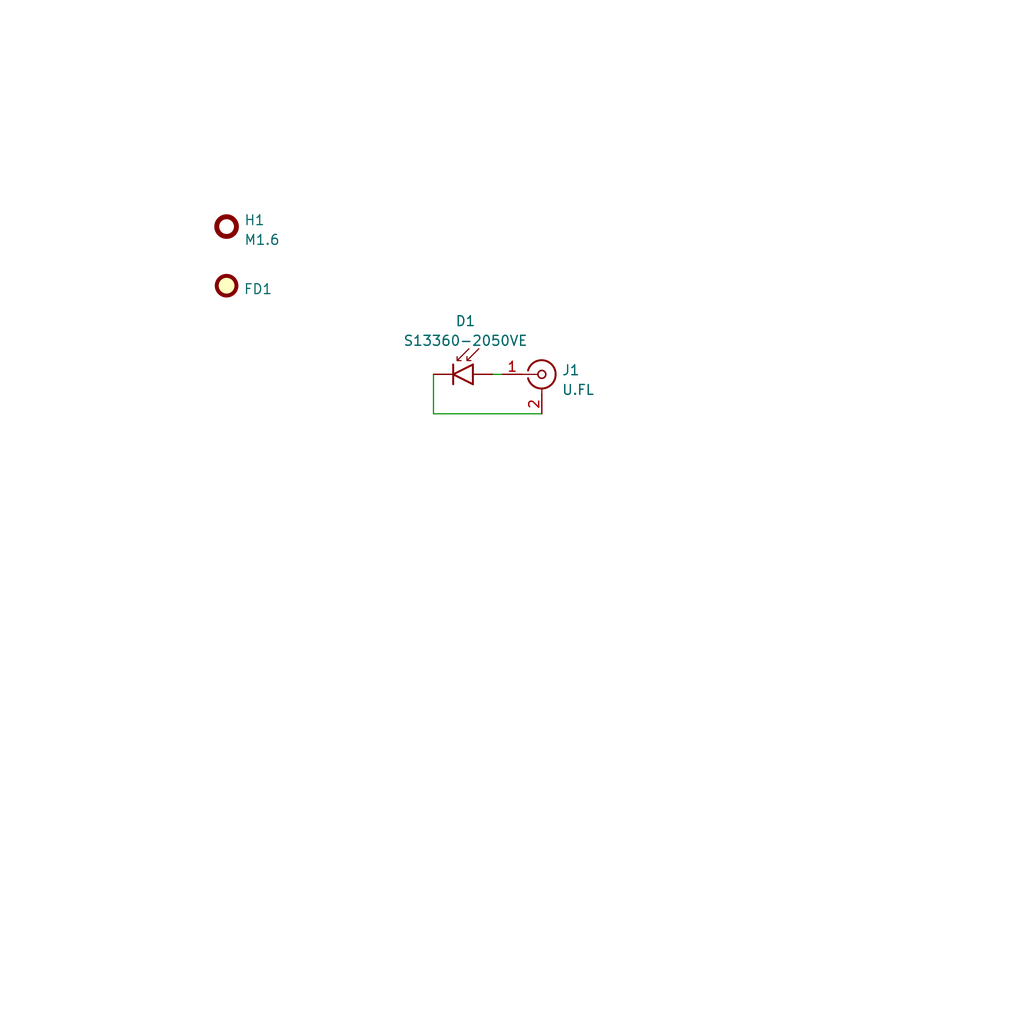
<source format=kicad_sch>
(kicad_sch (version 20211123) (generator eeschema)
  (paper "User" 132.004 132.004)
  (title_block (title "MPPC Sensor") (date "2019-01-13") (rev "0.1") (company "Sawaiz") (comment 1 "Georgia State Universtiy") (comment 2 "Nucler Physics Group"))
  (lib_symbols
    (symbol "M1.6:M1.6"
      (property "Reference" "H" (at 2.54 0 0))
      (property "Value" "M1.6" (at 0 2.54 0))
      (symbol "M1.6_0_1"
        (circle (center 0 0) (radius 1.27) (stroke (width 0.635)))
      )
    )
    (symbol "S13360-2050VE:S13360-2050VE" (pin_numbers hide) (pin_names hide)
      (property "Reference" "D" (at 1.778 1.778 0))
      (property "Value" "S13360-2050VE" (at 0.254 -2.794 0))
      (symbol "S13360-2050VE_0_1"
        (polyline (pts (xy -1.27 1.27) (xy -1.27 -1.27)) (stroke (width 0.254)))
        (polyline (pts (xy -0.762 1.778) (xy -0.254 1.778)))
        (polyline (pts (xy 1.27 1.27) (xy 1.27 -1.27)) (stroke (width 0.254)))
        (polyline (pts (xy 0.762 3.302) (xy -0.762 1.778) (xy -0.762 2.286)))
        (polyline (pts (xy 1.27 1.27) (xy -1.27 0) (xy 1.27 -1.27)) (stroke (width 0.254)))
        (polyline (pts (xy 2.032 3.302) (xy 0.508 1.778) (xy 0.508 2.286) (xy 0.508 1.778) (xy 1.016 1.778)))
      )
      (symbol "S13360-2050VE_1_1"
        (pin passive line (at 3.81 0 180) (length 2.54) (name "A") (number "A"))
        (pin passive line (at -3.81 0 0) (length 2.54) (name "K") (number "K"))
      )
    )
    (symbol "U.FL:U.FL" (pin_names hide)
      (property "Reference" "J" (at 2.286 1.016 0))
      (property "Value" "U.FL" (at 2.286 -1.016 0))
      (symbol "U.FL_0_1"
        (arc (start -1.778 -0.508) (mid 0.2311 -1.8066) (end 1.778 0) (stroke (width 0.254)))
        (polyline (pts (xy -2.54 0) (xy -0.508 0)))
        (polyline (pts (xy 0 -2.54) (xy 0 -1.778)))
        (circle (center 0 0) (radius 0.508) (stroke (width 0.2032)))
        (arc (start 1.778 0) (mid 0.2099 1.8101) (end -1.778 0.508) (stroke (width 0.254)))
      )
      (symbol "U.FL_1_1"
        (pin passive line (at -5.08 0 0) (length 2.54) (name "In") (number "1"))
        (pin passive line (at 0 -5.08 90) (length 2.54) (name "Ext") (number "2"))
      )
    )
    (symbol "tooling:Fiducial"
      (property "Reference" "FD" (at 3.81 0 0))
      (symbol "Fiducial_0_1"
        (circle (center 0 0) (radius 1.27) (stroke (width 0.508)) (fill (type background)))
      )
    )
  )
  (wire (pts (xy 63.5 48.26) (xy 64.77 48.26)))
  (wire (pts (xy 55.88 53.34) (xy 55.88 48.26)))
  (wire (pts (xy 69.85 53.34) (xy 55.88 53.34)))
  (symbol (lib_id "S13360-2050VE:S13360-2050VE") (at 59.69 48.26 0) (unit 1)
    (property "Reference" "D1" (at 60.0075 41.3852 0))
    (property "Value" "S13360-2050VE" (at 60.0075 43.9221 0))
    (property "Footprint" "S13360-2050VE:S13360-2050VE" (effects hide))
    (property "Datasheet" "${KIPRJMOD}/components/S13360-2050VE/S13360-2050VE.pdf" (effects hide))
  )
  (symbol (lib_id "tooling:Fiducial") (at 29.21 36.83 0) (unit 1)
    (property "Reference" "FD1" (at 31.369 37.2638 0) (effects (justify left)))
    (property "Value" "Fiducial" (effects hide))
    (property "Footprint" "tooling:Fiducial_1.5mm_Mask3mm" (effects hide))
  )
  (symbol (lib_id "U.FL:U.FL") (at 69.85 48.26 0) (unit 1)
    (property "Reference" "J1" (at 72.39 47.7174 0) (effects (justify left)))
    (property "Value" "U.FL" (at 72.39 50.2543 0) (effects (justify left)))
    (property "Footprint" "U.FL:U.FL" (effects hide))
    (property "Datasheet" "${KIPRJMOD}/components/U.FL/U.FL.pdf" (effects hide))
  )
  (symbol (lib_id "M1.6:M1.6") (at 29.21 29.21 0) (unit 1)
    (property "Reference" "H1" (at 31.4325 28.3753 0) (effects (justify left)))
    (property "Value" "M1.6" (at 31.4325 30.9122 0) (effects (justify left)))
    (property "Footprint" "M1.6:M1.6" (effects hide))
    (property "Datasheet" "https://www.mcmaster.com/90380A321/" (effects hide))
  )
)
</source>
